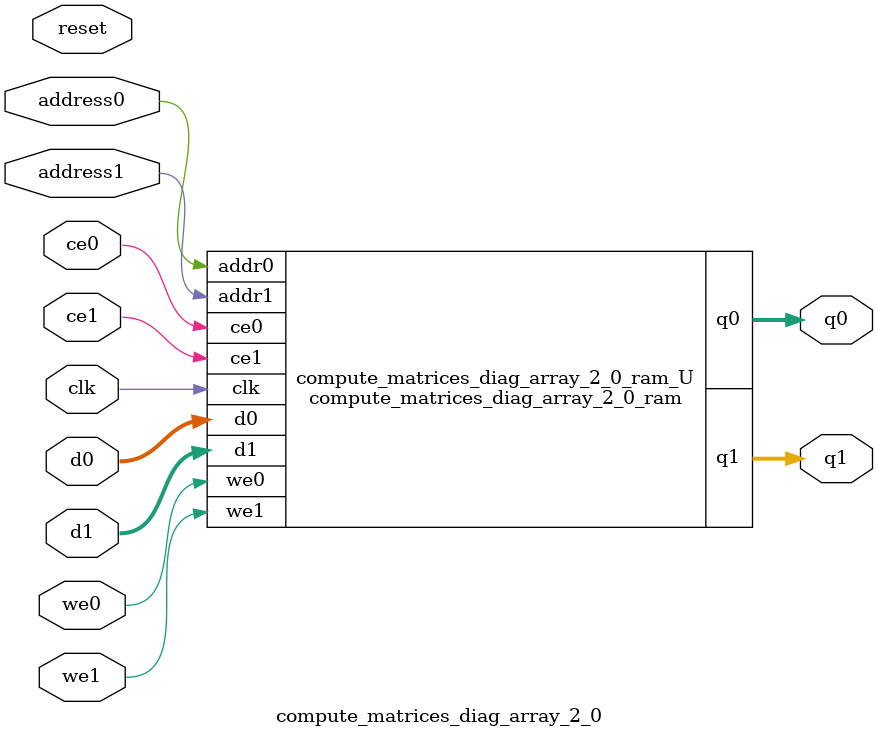
<source format=v>
`timescale 1 ns / 1 ps
module compute_matrices_diag_array_2_0_ram (addr0, ce0, d0, we0, q0, addr1, ce1, d1, we1, q1,  clk);

parameter DWIDTH = 15;
parameter AWIDTH = 1;
parameter MEM_SIZE = 2;

input[AWIDTH-1:0] addr0;
input ce0;
input[DWIDTH-1:0] d0;
input we0;
output reg[DWIDTH-1:0] q0;
input[AWIDTH-1:0] addr1;
input ce1;
input[DWIDTH-1:0] d1;
input we1;
output reg[DWIDTH-1:0] q1;
input clk;

(* ram_style = "block" *)reg [DWIDTH-1:0] ram[0:MEM_SIZE-1];




always @(posedge clk)  
begin 
    if (ce0) begin
        if (we0) 
            ram[addr0] <= d0; 
        q0 <= ram[addr0];
    end
end


always @(posedge clk)  
begin 
    if (ce1) begin
        if (we1) 
            ram[addr1] <= d1; 
        q1 <= ram[addr1];
    end
end


endmodule

`timescale 1 ns / 1 ps
module compute_matrices_diag_array_2_0(
    reset,
    clk,
    address0,
    ce0,
    we0,
    d0,
    q0,
    address1,
    ce1,
    we1,
    d1,
    q1);

parameter DataWidth = 32'd15;
parameter AddressRange = 32'd2;
parameter AddressWidth = 32'd1;
input reset;
input clk;
input[AddressWidth - 1:0] address0;
input ce0;
input we0;
input[DataWidth - 1:0] d0;
output[DataWidth - 1:0] q0;
input[AddressWidth - 1:0] address1;
input ce1;
input we1;
input[DataWidth - 1:0] d1;
output[DataWidth - 1:0] q1;



compute_matrices_diag_array_2_0_ram compute_matrices_diag_array_2_0_ram_U(
    .clk( clk ),
    .addr0( address0 ),
    .ce0( ce0 ),
    .we0( we0 ),
    .d0( d0 ),
    .q0( q0 ),
    .addr1( address1 ),
    .ce1( ce1 ),
    .we1( we1 ),
    .d1( d1 ),
    .q1( q1 ));

endmodule


</source>
